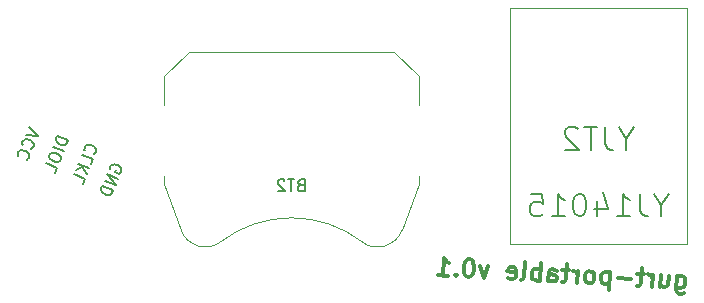
<source format=gbr>
%TF.GenerationSoftware,KiCad,Pcbnew,(6.0.4-0)*%
%TF.CreationDate,2022-05-01T22:17:05+02:00*%
%TF.ProjectId,kicad,6b696361-642e-46b6-9963-61645f706362,v 0.1*%
%TF.SameCoordinates,Original*%
%TF.FileFunction,Legend,Bot*%
%TF.FilePolarity,Positive*%
%FSLAX46Y46*%
G04 Gerber Fmt 4.6, Leading zero omitted, Abs format (unit mm)*
G04 Created by KiCad (PCBNEW (6.0.4-0)) date 2022-05-01 22:17:05*
%MOMM*%
%LPD*%
G01*
G04 APERTURE LIST*
%ADD10C,0.150000*%
%ADD11C,0.300000*%
%ADD12C,0.152400*%
%ADD13C,0.100000*%
G04 APERTURE END LIST*
D10*
X108621822Y-123906270D02*
X108613347Y-123800129D01*
X108666863Y-123667674D01*
X108764529Y-123553058D01*
X108888509Y-123500431D01*
X108994651Y-123491956D01*
X109189096Y-123519158D01*
X109321551Y-123572674D01*
X109480319Y-123688179D01*
X109550784Y-123768007D01*
X109603410Y-123891987D01*
X109594046Y-124042281D01*
X109558370Y-124130584D01*
X109460703Y-124245200D01*
X109398713Y-124271513D01*
X109089651Y-124146645D01*
X109161005Y-123970038D01*
X109326470Y-124704555D02*
X108399286Y-124329948D01*
X109112409Y-125234374D01*
X108185226Y-124859767D01*
X108934025Y-125675890D02*
X108006841Y-125301284D01*
X107917649Y-125522042D01*
X107908286Y-125672335D01*
X107960912Y-125796315D01*
X108031377Y-125876143D01*
X108190145Y-125991649D01*
X108322600Y-126045164D01*
X108517045Y-126072366D01*
X108623186Y-126063891D01*
X108747166Y-126011265D01*
X108844833Y-125896648D01*
X108934025Y-125675890D01*
X107255743Y-122606604D02*
X107317733Y-122580291D01*
X107415400Y-122465674D01*
X107451077Y-122377371D01*
X107460440Y-122227078D01*
X107407814Y-122103098D01*
X107337349Y-122023269D01*
X107178581Y-121907764D01*
X107046126Y-121854249D01*
X106851682Y-121827047D01*
X106745540Y-121835521D01*
X106621560Y-121888148D01*
X106523893Y-122002764D01*
X106488216Y-122091067D01*
X106478853Y-122241361D01*
X106505166Y-122303351D01*
X107005117Y-123481161D02*
X107183501Y-123039645D01*
X106256317Y-122665038D01*
X106880248Y-123790222D02*
X105953064Y-123415616D01*
X106666187Y-124320042D02*
X106296913Y-123708616D01*
X105739003Y-123945435D02*
X106482883Y-123629677D01*
X106327257Y-125158922D02*
X106505641Y-124717406D01*
X105578457Y-124342800D01*
X105104592Y-121444916D02*
X104177408Y-121070309D01*
X104088216Y-121291067D01*
X104078853Y-121441361D01*
X104131479Y-121565341D01*
X104201944Y-121645169D01*
X104360712Y-121760674D01*
X104493167Y-121814190D01*
X104687612Y-121841392D01*
X104793753Y-121832917D01*
X104917733Y-121780291D01*
X105015400Y-121665674D01*
X105104592Y-121444916D01*
X104729985Y-122372100D02*
X103802802Y-121997493D01*
X103553064Y-122615616D02*
X103481710Y-122792222D01*
X103490185Y-122898364D01*
X103542811Y-123022344D01*
X103701580Y-123137849D01*
X104010641Y-123262718D01*
X104205086Y-123289920D01*
X104329066Y-123237294D01*
X104408894Y-123166829D01*
X104480248Y-122990222D01*
X104471773Y-122884081D01*
X104419147Y-122760101D01*
X104260379Y-122644596D01*
X103951317Y-122519727D01*
X103756872Y-122492525D01*
X103632892Y-122545151D01*
X103553064Y-122615616D01*
X103980772Y-124226468D02*
X104159156Y-123784951D01*
X103231973Y-123410345D01*
X101766888Y-120358688D02*
X102557149Y-121056254D01*
X101506401Y-120972358D01*
X101985720Y-122158714D02*
X102048160Y-122133487D01*
X102147812Y-122020592D01*
X102185025Y-121932925D01*
X102197010Y-121782818D01*
X102146555Y-121657939D01*
X102077494Y-121576893D01*
X101920766Y-121458634D01*
X101789266Y-121402815D01*
X101595325Y-121372224D01*
X101489052Y-121378845D01*
X101364172Y-121429300D01*
X101264520Y-121542194D01*
X101227307Y-121629861D01*
X101215322Y-121779968D01*
X101240549Y-121842408D01*
X101594989Y-123079219D02*
X101657429Y-123053992D01*
X101757081Y-122941097D01*
X101794293Y-122853430D01*
X101806279Y-122703323D01*
X101755824Y-122578444D01*
X101686763Y-122497398D01*
X101530035Y-122379139D01*
X101398534Y-122323320D01*
X101204594Y-122292729D01*
X101098321Y-122299350D01*
X100973441Y-122349805D01*
X100873789Y-122462699D01*
X100836576Y-122550366D01*
X100824591Y-122700473D01*
X100849818Y-122762913D01*
D11*
X156653460Y-132939287D02*
X156589909Y-134151909D01*
X156653763Y-134298308D01*
X156721355Y-134373377D01*
X156860279Y-134452184D01*
X157074271Y-134463399D01*
X157220670Y-134399545D01*
X156604862Y-133866586D02*
X156743785Y-133945393D01*
X157029108Y-133960346D01*
X157175508Y-133896492D01*
X157250576Y-133828900D01*
X157329384Y-133689977D01*
X157351813Y-133261993D01*
X157287959Y-133115593D01*
X157220367Y-133040524D01*
X157081444Y-132961717D01*
X156796121Y-132946764D01*
X156649721Y-133010618D01*
X155298177Y-132868260D02*
X155245841Y-133866889D01*
X155940153Y-132901904D02*
X155899032Y-133686542D01*
X155820225Y-133825465D01*
X155673825Y-133889319D01*
X155459833Y-133878104D01*
X155320910Y-133799297D01*
X155253317Y-133724228D01*
X154532534Y-133829506D02*
X154584870Y-132830877D01*
X154569917Y-133116200D02*
X154506063Y-132969800D01*
X154438470Y-132894731D01*
X154299547Y-132815924D01*
X154156886Y-132808447D01*
X153871563Y-132793494D02*
X153300918Y-132763588D01*
X153683739Y-132282964D02*
X153616450Y-133566917D01*
X153537643Y-133705840D01*
X153391243Y-133769694D01*
X153248582Y-133762217D01*
X152779173Y-133165404D02*
X151637882Y-133105591D01*
X150947005Y-132640224D02*
X150868501Y-134138169D01*
X150943267Y-132711555D02*
X150804344Y-132632748D01*
X150519021Y-132617795D01*
X150372622Y-132681649D01*
X150297553Y-132749241D01*
X150218745Y-132888164D01*
X150196316Y-133316148D01*
X150260170Y-133462548D01*
X150327762Y-133537617D01*
X150466685Y-133616424D01*
X150752008Y-133631377D01*
X150898408Y-133567523D01*
X149325394Y-133556612D02*
X149471794Y-133492758D01*
X149546863Y-133425165D01*
X149625670Y-133286242D01*
X149648100Y-132858258D01*
X149584246Y-132711858D01*
X149516653Y-132636789D01*
X149377730Y-132557982D01*
X149163738Y-132546767D01*
X149017339Y-132610621D01*
X148942270Y-132678214D01*
X148863462Y-132817137D01*
X148841033Y-133245121D01*
X148904887Y-133391521D01*
X148972479Y-133466590D01*
X149111402Y-133545397D01*
X149325394Y-133556612D01*
X148184103Y-133496799D02*
X148236439Y-132498170D01*
X148221486Y-132783492D02*
X148157632Y-132637093D01*
X148090040Y-132562024D01*
X147951117Y-132483217D01*
X147808455Y-132475740D01*
X147523133Y-132460787D02*
X146952487Y-132430881D01*
X147335308Y-131950257D02*
X147268019Y-133234209D01*
X147189212Y-133373133D01*
X147042813Y-133436987D01*
X146900151Y-133429510D01*
X145758860Y-133369698D02*
X145799981Y-132585060D01*
X145878789Y-132446137D01*
X146025188Y-132382283D01*
X146310511Y-132397236D01*
X146449434Y-132476043D01*
X145762599Y-133298367D02*
X145901522Y-133377174D01*
X146258175Y-133395866D01*
X146404575Y-133332011D01*
X146483382Y-133193088D01*
X146490858Y-133050427D01*
X146427004Y-132904027D01*
X146288081Y-132825220D01*
X145931428Y-132806529D01*
X145792505Y-132727721D01*
X145045553Y-133332315D02*
X145124057Y-131834370D01*
X145094151Y-132405016D02*
X144955228Y-132326209D01*
X144669905Y-132311256D01*
X144523506Y-132375110D01*
X144448437Y-132442702D01*
X144369629Y-132581625D01*
X144347200Y-133009609D01*
X144411054Y-133156009D01*
X144478646Y-133231078D01*
X144617569Y-133309885D01*
X144902892Y-133324838D01*
X145049292Y-133260984D01*
X143476278Y-133250073D02*
X143622678Y-133186218D01*
X143701485Y-133047295D01*
X143768774Y-131763343D01*
X142338726Y-133118929D02*
X142477649Y-133197737D01*
X142762972Y-133212690D01*
X142909371Y-133148836D01*
X142988179Y-133009913D01*
X143018085Y-132439267D01*
X142954231Y-132292867D01*
X142815308Y-132214060D01*
X142529985Y-132199107D01*
X142383585Y-132262961D01*
X142304778Y-132401884D01*
X142297301Y-132544546D01*
X143003132Y-132724590D01*
X140675387Y-132101912D02*
X140266398Y-133081850D01*
X139962080Y-132064529D01*
X139132280Y-131520355D02*
X138989619Y-131512878D01*
X138843219Y-131576732D01*
X138768150Y-131644325D01*
X138689343Y-131783248D01*
X138603059Y-132064832D01*
X138584368Y-132421486D01*
X138640745Y-132710547D01*
X138704599Y-132856946D01*
X138772192Y-132932015D01*
X138911115Y-133010822D01*
X139053776Y-133018299D01*
X139200176Y-132954445D01*
X139275245Y-132886853D01*
X139354052Y-132747929D01*
X139440336Y-132466345D01*
X139459027Y-132109692D01*
X139402650Y-131820631D01*
X139338796Y-131674231D01*
X139271203Y-131599162D01*
X139132280Y-131520355D01*
X137919962Y-132815825D02*
X137844893Y-132883418D01*
X137912485Y-132958487D01*
X137987554Y-132890894D01*
X137919962Y-132815825D01*
X137912485Y-132958487D01*
X136414541Y-132879983D02*
X137270509Y-132924842D01*
X136842525Y-132902412D02*
X136921029Y-131404468D01*
X137052476Y-131625937D01*
X137187660Y-131776074D01*
X137326583Y-131854882D01*
D12*
%TO.C,YJT2*%
X152371939Y-121330458D02*
X152371939Y-122249696D01*
X153015405Y-120319296D02*
X152371939Y-121330458D01*
X151728472Y-120319296D01*
X150533462Y-120319296D02*
X150533462Y-121698153D01*
X150625386Y-121973924D01*
X150809234Y-122157772D01*
X151085005Y-122249696D01*
X151268853Y-122249696D01*
X149889996Y-120319296D02*
X148786910Y-120319296D01*
X149338453Y-122249696D02*
X149338453Y-120319296D01*
X148235367Y-120503143D02*
X148143443Y-120411220D01*
X147959596Y-120319296D01*
X147499977Y-120319296D01*
X147316129Y-120411220D01*
X147224205Y-120503143D01*
X147132281Y-120686991D01*
X147132281Y-120870839D01*
X147224205Y-121146610D01*
X148327291Y-122249696D01*
X147132281Y-122249696D01*
X155313500Y-126969258D02*
X155313500Y-127888496D01*
X155956967Y-125958096D02*
X155313500Y-126969258D01*
X154670034Y-125958096D01*
X153475024Y-125958096D02*
X153475024Y-127336953D01*
X153566948Y-127612724D01*
X153750796Y-127796572D01*
X154026567Y-127888496D01*
X154210415Y-127888496D01*
X151544624Y-127888496D02*
X152647710Y-127888496D01*
X152096167Y-127888496D02*
X152096167Y-125958096D01*
X152280015Y-126233867D01*
X152463862Y-126417715D01*
X152647710Y-126509639D01*
X149889996Y-126601562D02*
X149889996Y-127888496D01*
X150349615Y-125866172D02*
X150809234Y-127245029D01*
X149614224Y-127245029D01*
X148511139Y-125958096D02*
X148327291Y-125958096D01*
X148143443Y-126050020D01*
X148051520Y-126141943D01*
X147959596Y-126325791D01*
X147867672Y-126693486D01*
X147867672Y-127153105D01*
X147959596Y-127520800D01*
X148051520Y-127704648D01*
X148143443Y-127796572D01*
X148327291Y-127888496D01*
X148511139Y-127888496D01*
X148694986Y-127796572D01*
X148786910Y-127704648D01*
X148878834Y-127520800D01*
X148970758Y-127153105D01*
X148970758Y-126693486D01*
X148878834Y-126325791D01*
X148786910Y-126141943D01*
X148694986Y-126050020D01*
X148511139Y-125958096D01*
X146029196Y-127888496D02*
X147132281Y-127888496D01*
X146580739Y-127888496D02*
X146580739Y-125958096D01*
X146764586Y-126233867D01*
X146948434Y-126417715D01*
X147132281Y-126509639D01*
X144282643Y-125958096D02*
X145201881Y-125958096D01*
X145293805Y-126877334D01*
X145201881Y-126785410D01*
X145018034Y-126693486D01*
X144558415Y-126693486D01*
X144374567Y-126785410D01*
X144282643Y-126877334D01*
X144190720Y-127061181D01*
X144190720Y-127520800D01*
X144282643Y-127704648D01*
X144374567Y-127796572D01*
X144558415Y-127888496D01*
X145018034Y-127888496D01*
X145201881Y-127796572D01*
X145293805Y-127704648D01*
D10*
%TO.C,BT2*%
X124785714Y-125238571D02*
X124642857Y-125286190D01*
X124595238Y-125333809D01*
X124547619Y-125429047D01*
X124547619Y-125571904D01*
X124595238Y-125667142D01*
X124642857Y-125714761D01*
X124738095Y-125762380D01*
X125119047Y-125762380D01*
X125119047Y-124762380D01*
X124785714Y-124762380D01*
X124690476Y-124810000D01*
X124642857Y-124857619D01*
X124595238Y-124952857D01*
X124595238Y-125048095D01*
X124642857Y-125143333D01*
X124690476Y-125190952D01*
X124785714Y-125238571D01*
X125119047Y-125238571D01*
X124261904Y-124762380D02*
X123690476Y-124762380D01*
X123976190Y-125762380D02*
X123976190Y-124762380D01*
X123404761Y-124857619D02*
X123357142Y-124810000D01*
X123261904Y-124762380D01*
X123023809Y-124762380D01*
X122928571Y-124810000D01*
X122880952Y-124857619D01*
X122833333Y-124952857D01*
X122833333Y-125048095D01*
X122880952Y-125190952D01*
X123452380Y-125762380D01*
X122833333Y-125762380D01*
D13*
%TO.C,YJT2*%
X157480000Y-130251180D02*
X142483840Y-130251180D01*
X142483840Y-130251180D02*
X142483840Y-110251220D01*
X142483840Y-110251220D02*
X157480000Y-110251220D01*
X157480000Y-110251220D02*
X157480000Y-130251180D01*
%TO.C,BT2*%
X113220000Y-116040000D02*
X113220000Y-118500000D01*
X134780000Y-124500000D02*
X134780000Y-125130000D01*
X134780000Y-116040000D02*
X134780000Y-118500000D01*
X113220000Y-125130000D02*
X114660000Y-129080000D01*
X113220000Y-124500000D02*
X113220000Y-125130000D01*
X115300000Y-113960000D02*
X132700000Y-113960000D01*
X134780000Y-125130000D02*
X133340000Y-129080000D01*
X132700000Y-113960000D02*
X134780000Y-116040000D01*
X115300000Y-113960000D02*
X113220000Y-116040000D01*
X130004600Y-130053536D02*
G75*
G03*
X118000000Y-130050000I-6004600J-7806466D01*
G01*
X130003354Y-130066530D02*
G75*
G03*
X133340000Y-129080000I1306646J1716529D01*
G01*
X114674756Y-129088169D02*
G75*
G03*
X118000000Y-130050000I2015244J738169D01*
G01*
%TD*%
M02*

</source>
